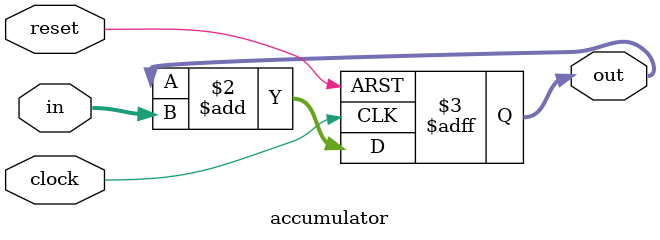
<source format=sv>
module accumulator #(parameter DATA_WIDTH = 24) (clock, reset, in, out);

	input  logic clock, reset;
	input  logic signed[DATA_WIDTH-1:0] in;
	output logic signed[DATA_WIDTH-1:0] out;

	logic overflow;

	always@(posedge clock or posedge reset) begin
	    if(reset) begin
	        out <= 'b0;
	        overflow <= 'b0;
	    end else begin
					out <= out + in;
	        // {overflow, out} <= out + in;
	    end
	end

endmodule

</source>
